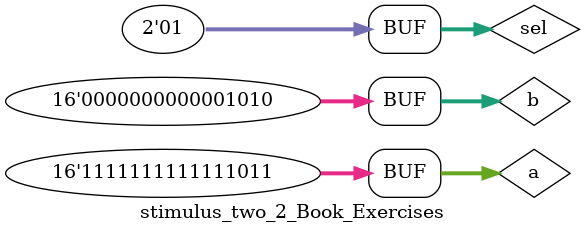
<source format=v>
module two_2_Book_Exercises(a, b, sel, out);
  input signed [15:0] a, b;
  output signed [15:0] out;
  reg signed [15:0] out;
  input [1:0] sel;
  
  always@(*)
  begin
    case(sel)
      0: out = a + b;
      1: out = a - b;
      2: out = a & b;
      3: out = a | b;
      default: out = 0;
    endcase
  end
endmodule

module stimulus_two_2_Book_Exercises();
  reg [15:0] a, b;
  wire [15:0] out;
  reg [1:0] sel;
  two_2_Book_Exercises obj(a, b, sel, out);
  initial
  begin
    a = 4; b = 10; sel = 1;
    #10 a  = 10; b = -5;
    #10 a  = -15; b = -50;
    #10 a  = -10; b = 10;
    #10 a  = -5; b = 10;    
  end
endmodule
</source>
